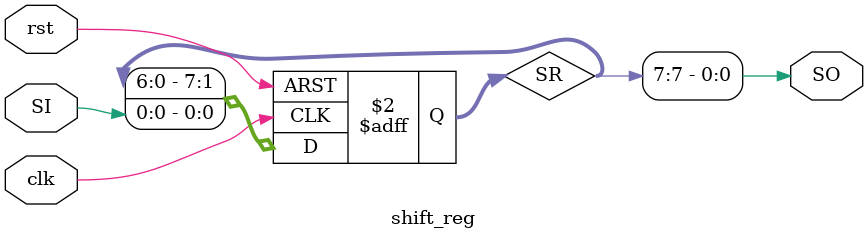
<source format=v>
module shift_reg(SO,clk,rst,SI);
    input SI;
    input clk,rst;
    output SO;
    reg [7:0] SR;

    assign SO=SR[7];

    always @(posedge clk, posedge rst)
        if(rst)
            SR <= 8'b0;
        else
            SR <= {SR[6:0],SI};
        
endmodule

</source>
